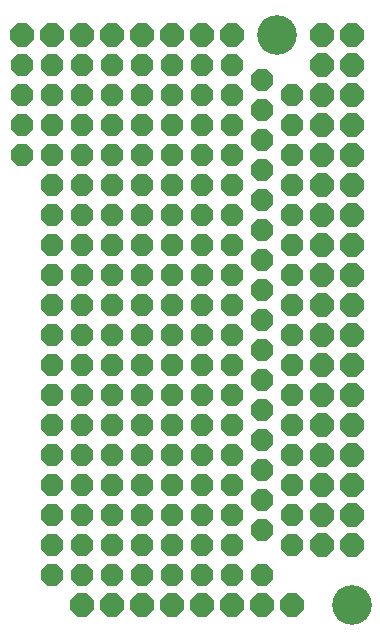
<source format=gbs>
G75*
G70*
%OFA0B0*%
%FSLAX24Y24*%
%IPPOS*%
%LPD*%
%AMOC8*
5,1,8,0,0,1.08239X$1,22.5*
%
%ADD10C,0.1320*%
%ADD11OC8,0.0769*%
%ADD12OC8,0.0710*%
D10*
X012500Y001500D03*
X010000Y020500D03*
D11*
X008500Y020500D03*
X007500Y020500D03*
X006500Y020500D03*
X005500Y020500D03*
X004500Y020500D03*
X003500Y020500D03*
X002500Y020500D03*
X001500Y020500D03*
X011500Y020500D03*
X011500Y019500D03*
X011500Y018500D03*
X011500Y017500D03*
X011500Y016500D03*
X011500Y015500D03*
X011500Y014500D03*
X011500Y013500D03*
X011500Y012500D03*
X011500Y011500D03*
X011500Y010500D03*
X011500Y009500D03*
X011500Y008500D03*
X011500Y007500D03*
X011500Y006500D03*
X011500Y005500D03*
X011500Y004500D03*
X011500Y003500D03*
X012500Y003500D03*
X012500Y004500D03*
X012500Y005500D03*
X012500Y006500D03*
X012500Y007500D03*
X012500Y008500D03*
X012500Y009500D03*
X012500Y010500D03*
X012500Y011500D03*
X012500Y012500D03*
X012500Y013500D03*
X012500Y014500D03*
X012500Y015500D03*
X012500Y016500D03*
X012500Y017500D03*
X012500Y018500D03*
X012500Y019500D03*
X012500Y020500D03*
X010500Y001500D03*
X009500Y001500D03*
X008500Y001500D03*
X007500Y001500D03*
X006500Y001500D03*
X005500Y001500D03*
X004500Y001500D03*
X003500Y001500D03*
D12*
X002500Y002500D03*
X002500Y003500D03*
X002500Y004500D03*
X002500Y005500D03*
X002500Y006500D03*
X002500Y007500D03*
X002500Y008500D03*
X002500Y009500D03*
X002500Y010500D03*
X002500Y011500D03*
X002500Y012500D03*
X002500Y013500D03*
X002500Y014500D03*
X002500Y015500D03*
X002500Y016500D03*
X002500Y017500D03*
X002500Y018500D03*
X002500Y019500D03*
X003500Y019500D03*
X003500Y018500D03*
X003500Y017500D03*
X003500Y016500D03*
X003500Y015500D03*
X003500Y014500D03*
X003500Y013500D03*
X003500Y012500D03*
X003500Y011500D03*
X003500Y010500D03*
X003500Y009500D03*
X003500Y008500D03*
X003500Y007500D03*
X003500Y006500D03*
X003500Y005500D03*
X003500Y004500D03*
X003500Y003500D03*
X003500Y002500D03*
X004500Y002500D03*
X004500Y003500D03*
X004500Y004500D03*
X004500Y005500D03*
X004500Y006500D03*
X004500Y007500D03*
X004500Y008500D03*
X004500Y009500D03*
X004500Y010500D03*
X004500Y011500D03*
X004500Y012500D03*
X004500Y013500D03*
X004500Y014500D03*
X004500Y015500D03*
X004500Y016500D03*
X004500Y017500D03*
X004500Y018500D03*
X004500Y019500D03*
X005500Y019500D03*
X005500Y018500D03*
X005500Y017500D03*
X005500Y016500D03*
X005500Y015500D03*
X005500Y014500D03*
X005500Y013500D03*
X005500Y012500D03*
X005500Y011500D03*
X005500Y010500D03*
X005500Y009500D03*
X005500Y008500D03*
X005500Y007500D03*
X005500Y006500D03*
X005500Y005500D03*
X005500Y004500D03*
X005500Y003500D03*
X005500Y002500D03*
X006500Y002500D03*
X006500Y003500D03*
X006500Y004500D03*
X006500Y005500D03*
X006500Y006500D03*
X006500Y007500D03*
X006500Y008500D03*
X006500Y009500D03*
X006500Y010500D03*
X006500Y011500D03*
X006500Y012500D03*
X006500Y013500D03*
X006500Y014500D03*
X006500Y015500D03*
X006500Y016500D03*
X006500Y017500D03*
X006500Y018500D03*
X006500Y019500D03*
X007500Y019500D03*
X007500Y018500D03*
X007500Y017500D03*
X007500Y016500D03*
X007500Y015500D03*
X007500Y014500D03*
X007500Y013500D03*
X007500Y012500D03*
X007500Y011500D03*
X007500Y010500D03*
X007500Y009500D03*
X007500Y008500D03*
X007500Y007500D03*
X007500Y006500D03*
X007500Y005500D03*
X007500Y004500D03*
X007500Y003500D03*
X007500Y002500D03*
X008500Y002500D03*
X008500Y003500D03*
X008500Y004500D03*
X008500Y005500D03*
X008500Y006500D03*
X008500Y007500D03*
X008500Y008500D03*
X008500Y009500D03*
X008500Y010500D03*
X008500Y011500D03*
X008500Y012500D03*
X008500Y013500D03*
X008500Y014500D03*
X008500Y015500D03*
X008500Y016500D03*
X008500Y017500D03*
X008500Y018500D03*
X008500Y019500D03*
X009500Y019000D03*
X009500Y018000D03*
X009500Y017000D03*
X009500Y016000D03*
X009500Y015000D03*
X009500Y014000D03*
X009500Y013000D03*
X009500Y012000D03*
X009500Y011000D03*
X009500Y010000D03*
X009500Y009000D03*
X009500Y008000D03*
X009500Y007000D03*
X009500Y006000D03*
X009500Y005000D03*
X009500Y004000D03*
X010500Y003500D03*
X010500Y004500D03*
X010500Y005500D03*
X010500Y006500D03*
X010500Y007500D03*
X010500Y008500D03*
X010500Y009500D03*
X010500Y010500D03*
X010500Y011500D03*
X010500Y012500D03*
X010500Y013500D03*
X010500Y014500D03*
X010500Y015500D03*
X010500Y016500D03*
X010500Y017500D03*
X010500Y018500D03*
X001500Y018500D03*
X001500Y017500D03*
X001500Y016500D03*
X001500Y019500D03*
X009500Y002500D03*
M02*

</source>
